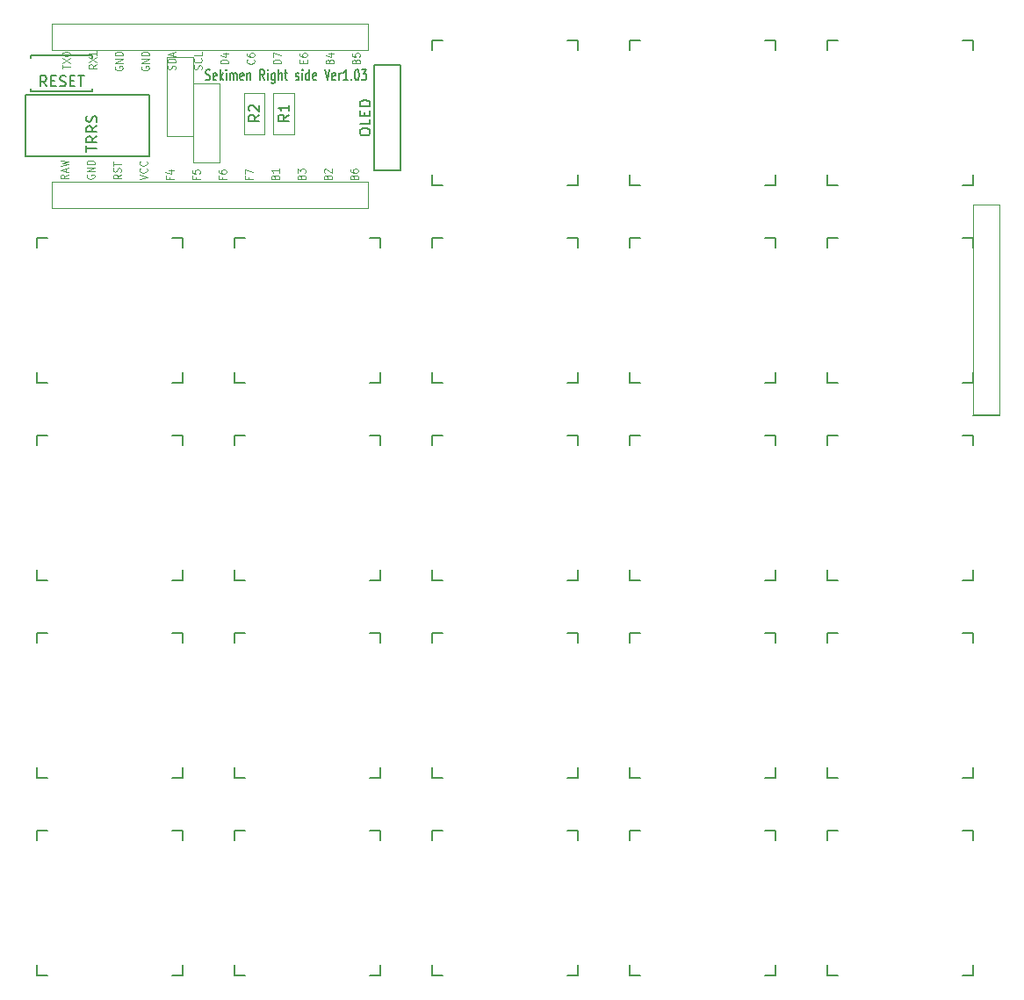
<source format=gto>
G04 #@! TF.GenerationSoftware,KiCad,Pcbnew,(5.1.2)-2*
G04 #@! TF.CreationDate,2020-05-18T12:28:55+09:00*
G04 #@! TF.ProjectId,_5x4+3______Ver1.03,f3357834-2b33-4adf-9cdc-fcc95f566572,rev?*
G04 #@! TF.SameCoordinates,Original*
G04 #@! TF.FileFunction,Legend,Top*
G04 #@! TF.FilePolarity,Positive*
%FSLAX46Y46*%
G04 Gerber Fmt 4.6, Leading zero omitted, Abs format (unit mm)*
G04 Created by KiCad (PCBNEW (5.1.2)-2) date 2020-05-18 12:28:55*
%MOMM*%
%LPD*%
G04 APERTURE LIST*
%ADD10C,0.150000*%
%ADD11C,0.127000*%
%ADD12C,0.120000*%
%ADD13C,0.125000*%
%ADD14C,1.900000*%
%ADD15C,2.100000*%
%ADD16C,4.200000*%
%ADD17C,3.200000*%
%ADD18C,4.300000*%
%ADD19C,1.400000*%
G04 APERTURE END LIST*
D10*
X26752380Y83483333D02*
X26276190Y83150000D01*
X26752380Y82911904D02*
X25752380Y82911904D01*
X25752380Y83292857D01*
X25800000Y83388095D01*
X25847619Y83435714D01*
X25942857Y83483333D01*
X26085714Y83483333D01*
X26180952Y83435714D01*
X26228571Y83388095D01*
X26276190Y83292857D01*
X26276190Y82911904D01*
X26752380Y84435714D02*
X26752380Y83864285D01*
X26752380Y84150000D02*
X25752380Y84150000D01*
X25895238Y84054761D01*
X25990476Y83959523D01*
X26038095Y83864285D01*
X23912380Y83483333D02*
X23436190Y83150000D01*
X23912380Y82911904D02*
X22912380Y82911904D01*
X22912380Y83292857D01*
X22960000Y83388095D01*
X23007619Y83435714D01*
X23102857Y83483333D01*
X23245714Y83483333D01*
X23340952Y83435714D01*
X23388571Y83388095D01*
X23436190Y83292857D01*
X23436190Y82911904D01*
X23007619Y83864285D02*
X22960000Y83911904D01*
X22912380Y84007142D01*
X22912380Y84245238D01*
X22960000Y84340476D01*
X23007619Y84388095D01*
X23102857Y84435714D01*
X23198095Y84435714D01*
X23340952Y84388095D01*
X23912380Y83816666D01*
X23912380Y84435714D01*
D11*
X18750000Y86895238D02*
X18857142Y86847619D01*
X19035714Y86847619D01*
X19107142Y86895238D01*
X19142857Y86942857D01*
X19178571Y87038095D01*
X19178571Y87133333D01*
X19142857Y87228571D01*
X19107142Y87276190D01*
X19035714Y87323809D01*
X18892857Y87371428D01*
X18821428Y87419047D01*
X18785714Y87466666D01*
X18750000Y87561904D01*
X18750000Y87657142D01*
X18785714Y87752380D01*
X18821428Y87800000D01*
X18892857Y87847619D01*
X19071428Y87847619D01*
X19178571Y87800000D01*
X19785714Y86895238D02*
X19714285Y86847619D01*
X19571428Y86847619D01*
X19500000Y86895238D01*
X19464285Y86990476D01*
X19464285Y87371428D01*
X19500000Y87466666D01*
X19571428Y87514285D01*
X19714285Y87514285D01*
X19785714Y87466666D01*
X19821428Y87371428D01*
X19821428Y87276190D01*
X19464285Y87180952D01*
X20142857Y86847619D02*
X20142857Y87847619D01*
X20214285Y87228571D02*
X20428571Y86847619D01*
X20428571Y87514285D02*
X20142857Y87133333D01*
X20750000Y86847619D02*
X20750000Y87514285D01*
X20750000Y87847619D02*
X20714285Y87800000D01*
X20750000Y87752380D01*
X20785714Y87800000D01*
X20750000Y87847619D01*
X20750000Y87752380D01*
X21107142Y86847619D02*
X21107142Y87514285D01*
X21107142Y87419047D02*
X21142857Y87466666D01*
X21214285Y87514285D01*
X21321428Y87514285D01*
X21392857Y87466666D01*
X21428571Y87371428D01*
X21428571Y86847619D01*
X21428571Y87371428D02*
X21464285Y87466666D01*
X21535714Y87514285D01*
X21642857Y87514285D01*
X21714285Y87466666D01*
X21750000Y87371428D01*
X21750000Y86847619D01*
X22392857Y86895238D02*
X22321428Y86847619D01*
X22178571Y86847619D01*
X22107142Y86895238D01*
X22071428Y86990476D01*
X22071428Y87371428D01*
X22107142Y87466666D01*
X22178571Y87514285D01*
X22321428Y87514285D01*
X22392857Y87466666D01*
X22428571Y87371428D01*
X22428571Y87276190D01*
X22071428Y87180952D01*
X22750000Y87514285D02*
X22750000Y86847619D01*
X22750000Y87419047D02*
X22785714Y87466666D01*
X22857142Y87514285D01*
X22964285Y87514285D01*
X23035714Y87466666D01*
X23071428Y87371428D01*
X23071428Y86847619D01*
X24428571Y86847619D02*
X24178571Y87323809D01*
X24000000Y86847619D02*
X24000000Y87847619D01*
X24285714Y87847619D01*
X24357142Y87800000D01*
X24392857Y87752380D01*
X24428571Y87657142D01*
X24428571Y87514285D01*
X24392857Y87419047D01*
X24357142Y87371428D01*
X24285714Y87323809D01*
X24000000Y87323809D01*
X24750000Y86847619D02*
X24750000Y87514285D01*
X24750000Y87847619D02*
X24714285Y87800000D01*
X24750000Y87752380D01*
X24785714Y87800000D01*
X24750000Y87847619D01*
X24750000Y87752380D01*
X25428571Y87514285D02*
X25428571Y86704761D01*
X25392857Y86609523D01*
X25357142Y86561904D01*
X25285714Y86514285D01*
X25178571Y86514285D01*
X25107142Y86561904D01*
X25428571Y86895238D02*
X25357142Y86847619D01*
X25214285Y86847619D01*
X25142857Y86895238D01*
X25107142Y86942857D01*
X25071428Y87038095D01*
X25071428Y87323809D01*
X25107142Y87419047D01*
X25142857Y87466666D01*
X25214285Y87514285D01*
X25357142Y87514285D01*
X25428571Y87466666D01*
X25785714Y86847619D02*
X25785714Y87847619D01*
X26107142Y86847619D02*
X26107142Y87371428D01*
X26071428Y87466666D01*
X26000000Y87514285D01*
X25892857Y87514285D01*
X25821428Y87466666D01*
X25785714Y87419047D01*
X26357142Y87514285D02*
X26642857Y87514285D01*
X26464285Y87847619D02*
X26464285Y86990476D01*
X26500000Y86895238D01*
X26571428Y86847619D01*
X26642857Y86847619D01*
X27428571Y86895238D02*
X27500000Y86847619D01*
X27642857Y86847619D01*
X27714285Y86895238D01*
X27750000Y86990476D01*
X27750000Y87038095D01*
X27714285Y87133333D01*
X27642857Y87180952D01*
X27535714Y87180952D01*
X27464285Y87228571D01*
X27428571Y87323809D01*
X27428571Y87371428D01*
X27464285Y87466666D01*
X27535714Y87514285D01*
X27642857Y87514285D01*
X27714285Y87466666D01*
X28071428Y86847619D02*
X28071428Y87514285D01*
X28071428Y87847619D02*
X28035714Y87800000D01*
X28071428Y87752380D01*
X28107142Y87800000D01*
X28071428Y87847619D01*
X28071428Y87752380D01*
X28750000Y86847619D02*
X28750000Y87847619D01*
X28750000Y86895238D02*
X28678571Y86847619D01*
X28535714Y86847619D01*
X28464285Y86895238D01*
X28428571Y86942857D01*
X28392857Y87038095D01*
X28392857Y87323809D01*
X28428571Y87419047D01*
X28464285Y87466666D01*
X28535714Y87514285D01*
X28678571Y87514285D01*
X28750000Y87466666D01*
X29392857Y86895238D02*
X29321428Y86847619D01*
X29178571Y86847619D01*
X29107142Y86895238D01*
X29071428Y86990476D01*
X29071428Y87371428D01*
X29107142Y87466666D01*
X29178571Y87514285D01*
X29321428Y87514285D01*
X29392857Y87466666D01*
X29428571Y87371428D01*
X29428571Y87276190D01*
X29071428Y87180952D01*
X30214285Y87847619D02*
X30464285Y86847619D01*
X30714285Y87847619D01*
X31250000Y86895238D02*
X31178571Y86847619D01*
X31035714Y86847619D01*
X30964285Y86895238D01*
X30928571Y86990476D01*
X30928571Y87371428D01*
X30964285Y87466666D01*
X31035714Y87514285D01*
X31178571Y87514285D01*
X31250000Y87466666D01*
X31285714Y87371428D01*
X31285714Y87276190D01*
X30928571Y87180952D01*
X31607142Y86847619D02*
X31607142Y87514285D01*
X31607142Y87323809D02*
X31642857Y87419047D01*
X31678571Y87466666D01*
X31750000Y87514285D01*
X31821428Y87514285D01*
X32464285Y86847619D02*
X32035714Y86847619D01*
X32250000Y86847619D02*
X32250000Y87847619D01*
X32178571Y87704761D01*
X32107142Y87609523D01*
X32035714Y87561904D01*
X32785714Y86942857D02*
X32821428Y86895238D01*
X32785714Y86847619D01*
X32750000Y86895238D01*
X32785714Y86942857D01*
X32785714Y86847619D01*
X33285714Y87847619D02*
X33357142Y87847619D01*
X33428571Y87800000D01*
X33464285Y87752380D01*
X33500000Y87657142D01*
X33535714Y87466666D01*
X33535714Y87228571D01*
X33500000Y87038095D01*
X33464285Y86942857D01*
X33428571Y86895238D01*
X33357142Y86847619D01*
X33285714Y86847619D01*
X33214285Y86895238D01*
X33178571Y86942857D01*
X33142857Y87038095D01*
X33107142Y87228571D01*
X33107142Y87466666D01*
X33142857Y87657142D01*
X33178571Y87752380D01*
X33214285Y87800000D01*
X33285714Y87847619D01*
X33785714Y87847619D02*
X34250000Y87847619D01*
X34000000Y87466666D01*
X34107142Y87466666D01*
X34178571Y87419047D01*
X34214285Y87371428D01*
X34250000Y87276190D01*
X34250000Y87038095D01*
X34214285Y86942857D01*
X34178571Y86895238D01*
X34107142Y86847619D01*
X33892857Y86847619D01*
X33821428Y86895238D01*
X33785714Y86942857D01*
D10*
X3500000Y57650000D02*
X2500000Y57650000D01*
X2500000Y58650000D02*
X2500000Y57650000D01*
X16500000Y71650000D02*
X15500000Y71650000D01*
X16500000Y70650000D02*
X16500000Y71650000D01*
X16500000Y57650000D02*
X16500000Y58650000D01*
X15500000Y57650000D02*
X16500000Y57650000D01*
X2500000Y71650000D02*
X3500000Y71650000D01*
X2500000Y70650000D02*
X2500000Y71650000D01*
X79700000Y57650000D02*
X78700000Y57650000D01*
X78700000Y58650000D02*
X78700000Y57650000D01*
X92700000Y71650000D02*
X91700000Y71650000D01*
X92700000Y70650000D02*
X92700000Y71650000D01*
X92700000Y57650000D02*
X92700000Y58650000D01*
X91700000Y57650000D02*
X92700000Y57650000D01*
X78700000Y71650000D02*
X79700000Y71650000D01*
X78700000Y70650000D02*
X78700000Y71650000D01*
X41600000Y57650000D02*
X40600000Y57650000D01*
X40600000Y58650000D02*
X40600000Y57650000D01*
X54600000Y71650000D02*
X53600000Y71650000D01*
X54600000Y70650000D02*
X54600000Y71650000D01*
X54600000Y57650000D02*
X54600000Y58650000D01*
X53600000Y57650000D02*
X54600000Y57650000D01*
X40600000Y71650000D02*
X41600000Y71650000D01*
X40600000Y70650000D02*
X40600000Y71650000D01*
X79700000Y76700000D02*
X78700000Y76700000D01*
X78700000Y77700000D02*
X78700000Y76700000D01*
X92700000Y90700000D02*
X91700000Y90700000D01*
X92700000Y89700000D02*
X92700000Y90700000D01*
X92700000Y76700000D02*
X92700000Y77700000D01*
X91700000Y76700000D02*
X92700000Y76700000D01*
X78700000Y90700000D02*
X79700000Y90700000D01*
X78700000Y89700000D02*
X78700000Y90700000D01*
X22550000Y57650000D02*
X21550000Y57650000D01*
X21550000Y58650000D02*
X21550000Y57650000D01*
X35550000Y71650000D02*
X34550000Y71650000D01*
X35550000Y70650000D02*
X35550000Y71650000D01*
X35550000Y57650000D02*
X35550000Y58650000D01*
X34550000Y57650000D02*
X35550000Y57650000D01*
X21550000Y71650000D02*
X22550000Y71650000D01*
X21550000Y70650000D02*
X21550000Y71650000D01*
X60650000Y57650000D02*
X59650000Y57650000D01*
X59650000Y58650000D02*
X59650000Y57650000D01*
X73650000Y71650000D02*
X72650000Y71650000D01*
X73650000Y70650000D02*
X73650000Y71650000D01*
X73650000Y57650000D02*
X73650000Y58650000D01*
X72650000Y57650000D02*
X73650000Y57650000D01*
X59650000Y71650000D02*
X60650000Y71650000D01*
X59650000Y70650000D02*
X59650000Y71650000D01*
X79700000Y38600000D02*
X78700000Y38600000D01*
X78700000Y39600000D02*
X78700000Y38600000D01*
X92700000Y52600000D02*
X91700000Y52600000D01*
X92700000Y51600000D02*
X92700000Y52600000D01*
X92700000Y38600000D02*
X92700000Y39600000D01*
X91700000Y38600000D02*
X92700000Y38600000D01*
X78700000Y52600000D02*
X79700000Y52600000D01*
X78700000Y51600000D02*
X78700000Y52600000D01*
X79700000Y19550000D02*
X78700000Y19550000D01*
X78700000Y20550000D02*
X78700000Y19550000D01*
X92700000Y33550000D02*
X91700000Y33550000D01*
X92700000Y32550000D02*
X92700000Y33550000D01*
X92700000Y19550000D02*
X92700000Y20550000D01*
X91700000Y19550000D02*
X92700000Y19550000D01*
X78700000Y33550000D02*
X79700000Y33550000D01*
X78700000Y32550000D02*
X78700000Y33550000D01*
X79700000Y500000D02*
X78700000Y500000D01*
X78700000Y1500000D02*
X78700000Y500000D01*
X92700000Y14500000D02*
X91700000Y14500000D01*
X92700000Y13500000D02*
X92700000Y14500000D01*
X92700000Y500000D02*
X92700000Y1500000D01*
X91700000Y500000D02*
X92700000Y500000D01*
X78700000Y14500000D02*
X79700000Y14500000D01*
X78700000Y13500000D02*
X78700000Y14500000D01*
X60650000Y76700000D02*
X59650000Y76700000D01*
X59650000Y77700000D02*
X59650000Y76700000D01*
X73650000Y90700000D02*
X72650000Y90700000D01*
X73650000Y89700000D02*
X73650000Y90700000D01*
X73650000Y76700000D02*
X73650000Y77700000D01*
X72650000Y76700000D02*
X73650000Y76700000D01*
X59650000Y90700000D02*
X60650000Y90700000D01*
X59650000Y89700000D02*
X59650000Y90700000D01*
X60650000Y38600000D02*
X59650000Y38600000D01*
X59650000Y39600000D02*
X59650000Y38600000D01*
X73650000Y52600000D02*
X72650000Y52600000D01*
X73650000Y51600000D02*
X73650000Y52600000D01*
X73650000Y38600000D02*
X73650000Y39600000D01*
X72650000Y38600000D02*
X73650000Y38600000D01*
X59650000Y52600000D02*
X60650000Y52600000D01*
X59650000Y51600000D02*
X59650000Y52600000D01*
X60650000Y19550000D02*
X59650000Y19550000D01*
X59650000Y20550000D02*
X59650000Y19550000D01*
X73650000Y33550000D02*
X72650000Y33550000D01*
X73650000Y32550000D02*
X73650000Y33550000D01*
X73650000Y19550000D02*
X73650000Y20550000D01*
X72650000Y19550000D02*
X73650000Y19550000D01*
X59650000Y33550000D02*
X60650000Y33550000D01*
X59650000Y32550000D02*
X59650000Y33550000D01*
X60650000Y500000D02*
X59650000Y500000D01*
X59650000Y1500000D02*
X59650000Y500000D01*
X73650000Y14500000D02*
X72650000Y14500000D01*
X73650000Y13500000D02*
X73650000Y14500000D01*
X73650000Y500000D02*
X73650000Y1500000D01*
X72650000Y500000D02*
X73650000Y500000D01*
X59650000Y14500000D02*
X60650000Y14500000D01*
X59650000Y13500000D02*
X59650000Y14500000D01*
X41600000Y76700000D02*
X40600000Y76700000D01*
X40600000Y77700000D02*
X40600000Y76700000D01*
X54600000Y90700000D02*
X53600000Y90700000D01*
X54600000Y89700000D02*
X54600000Y90700000D01*
X54600000Y76700000D02*
X54600000Y77700000D01*
X53600000Y76700000D02*
X54600000Y76700000D01*
X40600000Y90700000D02*
X41600000Y90700000D01*
X40600000Y89700000D02*
X40600000Y90700000D01*
X41600000Y38600000D02*
X40600000Y38600000D01*
X40600000Y39600000D02*
X40600000Y38600000D01*
X54600000Y52600000D02*
X53600000Y52600000D01*
X54600000Y51600000D02*
X54600000Y52600000D01*
X54600000Y38600000D02*
X54600000Y39600000D01*
X53600000Y38600000D02*
X54600000Y38600000D01*
X40600000Y52600000D02*
X41600000Y52600000D01*
X40600000Y51600000D02*
X40600000Y52600000D01*
X41600000Y19550000D02*
X40600000Y19550000D01*
X40600000Y20550000D02*
X40600000Y19550000D01*
X54600000Y33550000D02*
X53600000Y33550000D01*
X54600000Y32550000D02*
X54600000Y33550000D01*
X54600000Y19550000D02*
X54600000Y20550000D01*
X53600000Y19550000D02*
X54600000Y19550000D01*
X40600000Y33550000D02*
X41600000Y33550000D01*
X40600000Y32550000D02*
X40600000Y33550000D01*
X41600000Y500000D02*
X40600000Y500000D01*
X40600000Y1500000D02*
X40600000Y500000D01*
X54600000Y14500000D02*
X53600000Y14500000D01*
X54600000Y13500000D02*
X54600000Y14500000D01*
X54600000Y500000D02*
X54600000Y1500000D01*
X53600000Y500000D02*
X54600000Y500000D01*
X40600000Y14500000D02*
X41600000Y14500000D01*
X40600000Y13500000D02*
X40600000Y14500000D01*
X22550000Y38600000D02*
X21550000Y38600000D01*
X21550000Y39600000D02*
X21550000Y38600000D01*
X35550000Y52600000D02*
X34550000Y52600000D01*
X35550000Y51600000D02*
X35550000Y52600000D01*
X35550000Y38600000D02*
X35550000Y39600000D01*
X34550000Y38600000D02*
X35550000Y38600000D01*
X21550000Y52600000D02*
X22550000Y52600000D01*
X21550000Y51600000D02*
X21550000Y52600000D01*
X22550000Y19550000D02*
X21550000Y19550000D01*
X21550000Y20550000D02*
X21550000Y19550000D01*
X35550000Y33550000D02*
X34550000Y33550000D01*
X35550000Y32550000D02*
X35550000Y33550000D01*
X35550000Y19550000D02*
X35550000Y20550000D01*
X34550000Y19550000D02*
X35550000Y19550000D01*
X21550000Y33550000D02*
X22550000Y33550000D01*
X21550000Y32550000D02*
X21550000Y33550000D01*
X22550000Y500000D02*
X21550000Y500000D01*
X21550000Y1500000D02*
X21550000Y500000D01*
X35550000Y14500000D02*
X34550000Y14500000D01*
X35550000Y13500000D02*
X35550000Y14500000D01*
X35550000Y500000D02*
X35550000Y1500000D01*
X34550000Y500000D02*
X35550000Y500000D01*
X21550000Y14500000D02*
X22550000Y14500000D01*
X21550000Y13500000D02*
X21550000Y14500000D01*
X3500000Y38600000D02*
X2500000Y38600000D01*
X2500000Y39600000D02*
X2500000Y38600000D01*
X16500000Y52600000D02*
X15500000Y52600000D01*
X16500000Y51600000D02*
X16500000Y52600000D01*
X16500000Y38600000D02*
X16500000Y39600000D01*
X15500000Y38600000D02*
X16500000Y38600000D01*
X2500000Y52600000D02*
X3500000Y52600000D01*
X2500000Y51600000D02*
X2500000Y52600000D01*
X3500000Y19550000D02*
X2500000Y19550000D01*
X2500000Y20550000D02*
X2500000Y19550000D01*
X16500000Y33550000D02*
X15500000Y33550000D01*
X16500000Y32550000D02*
X16500000Y33550000D01*
X16500000Y19550000D02*
X16500000Y20550000D01*
X15500000Y19550000D02*
X16500000Y19550000D01*
X2500000Y33550000D02*
X3500000Y33550000D01*
X2500000Y32550000D02*
X2500000Y33550000D01*
X3500000Y500000D02*
X2500000Y500000D01*
X2500000Y1500000D02*
X2500000Y500000D01*
X16500000Y14500000D02*
X15500000Y14500000D01*
X16500000Y13500000D02*
X16500000Y14500000D01*
X16500000Y500000D02*
X16500000Y1500000D01*
X15500000Y500000D02*
X16500000Y500000D01*
X2500000Y14500000D02*
X3500000Y14500000D01*
X2500000Y13500000D02*
X2500000Y14500000D01*
D12*
X95250000Y74810000D02*
X95250000Y54490000D01*
X92710000Y74810000D02*
X95250000Y74810000D01*
X92710000Y54490000D02*
X92710000Y74810000D01*
D10*
X95250000Y54490000D02*
X92710000Y54490000D01*
D12*
X3877000Y75741400D02*
X3877000Y77011400D01*
X3877000Y77011400D02*
X34357000Y77011400D01*
X34357000Y77011400D02*
X34357000Y74471400D01*
X34357000Y74471400D02*
X3877000Y74471400D01*
X3877000Y74471400D02*
X3877000Y77011400D01*
X3877000Y89711400D02*
X3877000Y92251400D01*
X3877000Y89711400D02*
X34357000Y89711400D01*
X34357000Y89711400D02*
X34357000Y92251400D01*
X34357000Y92251400D02*
X3877000Y92251400D01*
D10*
X37520000Y78130000D02*
X37520000Y88290000D01*
X34980000Y78130000D02*
X34980000Y88290000D01*
X34980000Y88290000D02*
X37520000Y88290000D01*
X37520000Y78130000D02*
X34980000Y78130000D01*
D12*
X17550000Y78900000D02*
X17550000Y86520000D01*
X17550000Y86520000D02*
X20090000Y86520000D01*
X20090000Y86520000D02*
X20090000Y78900000D01*
X17550000Y86520000D02*
X20090000Y86520000D01*
X20090000Y78900000D02*
X17550000Y78900000D01*
X17550000Y81440000D02*
X15010000Y81440000D01*
X15010000Y89060000D02*
X17550000Y89060000D01*
X17550000Y89060000D02*
X17550000Y81440000D01*
X15010000Y89060000D02*
X17550000Y89060000D01*
X15010000Y81440000D02*
X15010000Y89060000D01*
D10*
X7850000Y89250000D02*
X7850000Y89000000D01*
X1850000Y89250000D02*
X7850000Y89250000D01*
X1850000Y89250000D02*
X1850000Y89000000D01*
X1850000Y85750000D02*
X1850000Y86000000D01*
X7850000Y85750000D02*
X7850000Y86000000D01*
X1850000Y85750000D02*
X7850000Y85750000D01*
X1350000Y79450000D02*
X1350000Y85450000D01*
X1350000Y85450000D02*
X13350000Y85450000D01*
X13350000Y85450000D02*
X13350000Y79450000D01*
X13350000Y79450000D02*
X1350000Y79450000D01*
D12*
X27250000Y83630000D02*
X27250000Y81630000D01*
X27250000Y85630000D02*
X27250000Y83630000D01*
X25250000Y85630000D02*
X27250000Y85630000D01*
X25250000Y81630000D02*
X25250000Y85630000D01*
X27250000Y81630000D02*
X25250000Y81630000D01*
X24450000Y81630000D02*
X22450000Y81630000D01*
X22450000Y81630000D02*
X22450000Y85630000D01*
X22450000Y85630000D02*
X24450000Y85630000D01*
X24450000Y85630000D02*
X24450000Y83630000D01*
X24450000Y83630000D02*
X24450000Y81630000D01*
D13*
X30696428Y88663511D02*
X30732142Y88759226D01*
X30767857Y88791130D01*
X30839285Y88823035D01*
X30946428Y88823035D01*
X31017857Y88791130D01*
X31053571Y88759226D01*
X31089285Y88695416D01*
X31089285Y88440178D01*
X30339285Y88440178D01*
X30339285Y88663511D01*
X30375000Y88727321D01*
X30410714Y88759226D01*
X30482142Y88791130D01*
X30553571Y88791130D01*
X30625000Y88759226D01*
X30660714Y88727321D01*
X30696428Y88663511D01*
X30696428Y88440178D01*
X30589285Y89397321D02*
X31089285Y89397321D01*
X30303571Y89237797D02*
X30839285Y89078273D01*
X30839285Y89493035D01*
X8229285Y88349285D02*
X7872142Y88125952D01*
X8229285Y87966428D02*
X7479285Y87966428D01*
X7479285Y88221666D01*
X7515000Y88285476D01*
X7550714Y88317380D01*
X7622142Y88349285D01*
X7729285Y88349285D01*
X7800714Y88317380D01*
X7836428Y88285476D01*
X7872142Y88221666D01*
X7872142Y87966428D01*
X7479285Y88572619D02*
X8229285Y89019285D01*
X7479285Y89019285D02*
X8229285Y88572619D01*
X8229285Y89625476D02*
X8229285Y89242619D01*
X8229285Y89434047D02*
X7479285Y89434047D01*
X7586428Y89370238D01*
X7657857Y89306428D01*
X7693571Y89242619D01*
X33236428Y88663511D02*
X33272142Y88759226D01*
X33307857Y88791130D01*
X33379285Y88823035D01*
X33486428Y88823035D01*
X33557857Y88791130D01*
X33593571Y88759226D01*
X33629285Y88695416D01*
X33629285Y88440178D01*
X32879285Y88440178D01*
X32879285Y88663511D01*
X32915000Y88727321D01*
X32950714Y88759226D01*
X33022142Y88791130D01*
X33093571Y88791130D01*
X33165000Y88759226D01*
X33200714Y88727321D01*
X33236428Y88663511D01*
X33236428Y88440178D01*
X32879285Y89429226D02*
X32879285Y89110178D01*
X33236428Y89078273D01*
X33200714Y89110178D01*
X33165000Y89173988D01*
X33165000Y89333511D01*
X33200714Y89397321D01*
X33236428Y89429226D01*
X33307857Y89461130D01*
X33486428Y89461130D01*
X33557857Y89429226D01*
X33593571Y89397321D01*
X33629285Y89333511D01*
X33629285Y89173988D01*
X33593571Y89110178D01*
X33557857Y89078273D01*
X23397857Y88823035D02*
X23433571Y88791130D01*
X23469285Y88695416D01*
X23469285Y88631607D01*
X23433571Y88535892D01*
X23362142Y88472083D01*
X23290714Y88440178D01*
X23147857Y88408273D01*
X23040714Y88408273D01*
X22897857Y88440178D01*
X22826428Y88472083D01*
X22755000Y88535892D01*
X22719285Y88631607D01*
X22719285Y88695416D01*
X22755000Y88791130D01*
X22790714Y88823035D01*
X22719285Y89397321D02*
X22719285Y89269702D01*
X22755000Y89205892D01*
X22790714Y89173988D01*
X22897857Y89110178D01*
X23040714Y89078273D01*
X23326428Y89078273D01*
X23397857Y89110178D01*
X23433571Y89142083D01*
X23469285Y89205892D01*
X23469285Y89333511D01*
X23433571Y89397321D01*
X23397857Y89429226D01*
X23326428Y89461130D01*
X23147857Y89461130D01*
X23076428Y89429226D01*
X23040714Y89397321D01*
X23005000Y89333511D01*
X23005000Y89205892D01*
X23040714Y89142083D01*
X23076428Y89110178D01*
X23147857Y89078273D01*
X18353571Y87882380D02*
X18389285Y87978095D01*
X18389285Y88137619D01*
X18353571Y88201428D01*
X18317857Y88233333D01*
X18246428Y88265238D01*
X18175000Y88265238D01*
X18103571Y88233333D01*
X18067857Y88201428D01*
X18032142Y88137619D01*
X17996428Y88010000D01*
X17960714Y87946190D01*
X17925000Y87914285D01*
X17853571Y87882380D01*
X17782142Y87882380D01*
X17710714Y87914285D01*
X17675000Y87946190D01*
X17639285Y88010000D01*
X17639285Y88169523D01*
X17675000Y88265238D01*
X18317857Y88935238D02*
X18353571Y88903333D01*
X18389285Y88807619D01*
X18389285Y88743809D01*
X18353571Y88648095D01*
X18282142Y88584285D01*
X18210714Y88552380D01*
X18067857Y88520476D01*
X17960714Y88520476D01*
X17817857Y88552380D01*
X17746428Y88584285D01*
X17675000Y88648095D01*
X17639285Y88743809D01*
X17639285Y88807619D01*
X17675000Y88903333D01*
X17710714Y88935238D01*
X18389285Y89541428D02*
X18389285Y89222380D01*
X17639285Y89222380D01*
X15813571Y87866428D02*
X15849285Y87962142D01*
X15849285Y88121666D01*
X15813571Y88185476D01*
X15777857Y88217380D01*
X15706428Y88249285D01*
X15635000Y88249285D01*
X15563571Y88217380D01*
X15527857Y88185476D01*
X15492142Y88121666D01*
X15456428Y87994047D01*
X15420714Y87930238D01*
X15385000Y87898333D01*
X15313571Y87866428D01*
X15242142Y87866428D01*
X15170714Y87898333D01*
X15135000Y87930238D01*
X15099285Y87994047D01*
X15099285Y88153571D01*
X15135000Y88249285D01*
X15849285Y88536428D02*
X15099285Y88536428D01*
X15099285Y88695952D01*
X15135000Y88791666D01*
X15206428Y88855476D01*
X15277857Y88887380D01*
X15420714Y88919285D01*
X15527857Y88919285D01*
X15670714Y88887380D01*
X15742142Y88855476D01*
X15813571Y88791666D01*
X15849285Y88695952D01*
X15849285Y88536428D01*
X15635000Y89174523D02*
X15635000Y89493571D01*
X15849285Y89110714D02*
X15099285Y89334047D01*
X15849285Y89557380D01*
X20929285Y88440178D02*
X20179285Y88440178D01*
X20179285Y88599702D01*
X20215000Y88695416D01*
X20286428Y88759226D01*
X20357857Y88791130D01*
X20500714Y88823035D01*
X20607857Y88823035D01*
X20750714Y88791130D01*
X20822142Y88759226D01*
X20893571Y88695416D01*
X20929285Y88599702D01*
X20929285Y88440178D01*
X20429285Y89397321D02*
X20929285Y89397321D01*
X20143571Y89237797D02*
X20679285Y89078273D01*
X20679285Y89493035D01*
X4939285Y87950476D02*
X4939285Y88333333D01*
X5689285Y88141904D02*
X4939285Y88141904D01*
X4939285Y88492857D02*
X5689285Y88939523D01*
X4939285Y88939523D02*
X5689285Y88492857D01*
X4939285Y89322380D02*
X4939285Y89386190D01*
X4975000Y89450000D01*
X5010714Y89481904D01*
X5082142Y89513809D01*
X5225000Y89545714D01*
X5403571Y89545714D01*
X5546428Y89513809D01*
X5617857Y89481904D01*
X5653571Y89450000D01*
X5689285Y89386190D01*
X5689285Y89322380D01*
X5653571Y89258571D01*
X5617857Y89226666D01*
X5546428Y89194761D01*
X5403571Y89162857D01*
X5225000Y89162857D01*
X5082142Y89194761D01*
X5010714Y89226666D01*
X4975000Y89258571D01*
X4939285Y89322380D01*
X12595000Y88169523D02*
X12559285Y88105714D01*
X12559285Y88010000D01*
X12595000Y87914285D01*
X12666428Y87850476D01*
X12737857Y87818571D01*
X12880714Y87786666D01*
X12987857Y87786666D01*
X13130714Y87818571D01*
X13202142Y87850476D01*
X13273571Y87914285D01*
X13309285Y88010000D01*
X13309285Y88073809D01*
X13273571Y88169523D01*
X13237857Y88201428D01*
X12987857Y88201428D01*
X12987857Y88073809D01*
X13309285Y88488571D02*
X12559285Y88488571D01*
X13309285Y88871428D01*
X12559285Y88871428D01*
X13309285Y89190476D02*
X12559285Y89190476D01*
X12559285Y89350000D01*
X12595000Y89445714D01*
X12666428Y89509523D01*
X12737857Y89541428D01*
X12880714Y89573333D01*
X12987857Y89573333D01*
X13130714Y89541428D01*
X13202142Y89509523D01*
X13273571Y89445714D01*
X13309285Y89350000D01*
X13309285Y89190476D01*
X10055000Y88169523D02*
X10019285Y88105714D01*
X10019285Y88010000D01*
X10055000Y87914285D01*
X10126428Y87850476D01*
X10197857Y87818571D01*
X10340714Y87786666D01*
X10447857Y87786666D01*
X10590714Y87818571D01*
X10662142Y87850476D01*
X10733571Y87914285D01*
X10769285Y88010000D01*
X10769285Y88073809D01*
X10733571Y88169523D01*
X10697857Y88201428D01*
X10447857Y88201428D01*
X10447857Y88073809D01*
X10769285Y88488571D02*
X10019285Y88488571D01*
X10769285Y88871428D01*
X10019285Y88871428D01*
X10769285Y89190476D02*
X10019285Y89190476D01*
X10019285Y89350000D01*
X10055000Y89445714D01*
X10126428Y89509523D01*
X10197857Y89541428D01*
X10340714Y89573333D01*
X10447857Y89573333D01*
X10590714Y89541428D01*
X10662142Y89509523D01*
X10733571Y89445714D01*
X10769285Y89350000D01*
X10769285Y89190476D01*
X26009285Y88440178D02*
X25259285Y88440178D01*
X25259285Y88599702D01*
X25295000Y88695416D01*
X25366428Y88759226D01*
X25437857Y88791130D01*
X25580714Y88823035D01*
X25687857Y88823035D01*
X25830714Y88791130D01*
X25902142Y88759226D01*
X25973571Y88695416D01*
X26009285Y88599702D01*
X26009285Y88440178D01*
X25259285Y89046369D02*
X25259285Y89493035D01*
X26009285Y89205892D01*
X28156428Y88503988D02*
X28156428Y88727321D01*
X28549285Y88823035D02*
X28549285Y88503988D01*
X27799285Y88503988D01*
X27799285Y88823035D01*
X27799285Y89397321D02*
X27799285Y89269702D01*
X27835000Y89205892D01*
X27870714Y89173988D01*
X27977857Y89110178D01*
X28120714Y89078273D01*
X28406428Y89078273D01*
X28477857Y89110178D01*
X28513571Y89142083D01*
X28549285Y89205892D01*
X28549285Y89333511D01*
X28513571Y89397321D01*
X28477857Y89429226D01*
X28406428Y89461130D01*
X28227857Y89461130D01*
X28156428Y89429226D01*
X28120714Y89397321D01*
X28085000Y89333511D01*
X28085000Y89205892D01*
X28120714Y89142083D01*
X28156428Y89110178D01*
X28227857Y89078273D01*
X30493428Y77495507D02*
X30529142Y77591221D01*
X30564857Y77623126D01*
X30636285Y77655030D01*
X30743428Y77655030D01*
X30814857Y77623126D01*
X30850571Y77591221D01*
X30886285Y77527411D01*
X30886285Y77272173D01*
X30136285Y77272173D01*
X30136285Y77495507D01*
X30172000Y77559316D01*
X30207714Y77591221D01*
X30279142Y77623126D01*
X30350571Y77623126D01*
X30422000Y77591221D01*
X30457714Y77559316D01*
X30493428Y77495507D01*
X30493428Y77272173D01*
X30207714Y77910269D02*
X30172000Y77942173D01*
X30136285Y78005983D01*
X30136285Y78165507D01*
X30172000Y78229316D01*
X30207714Y78261221D01*
X30279142Y78293126D01*
X30350571Y78293126D01*
X30457714Y78261221D01*
X30886285Y77878364D01*
X30886285Y78293126D01*
X33033428Y77495507D02*
X33069142Y77591221D01*
X33104857Y77623126D01*
X33176285Y77655030D01*
X33283428Y77655030D01*
X33354857Y77623126D01*
X33390571Y77591221D01*
X33426285Y77527411D01*
X33426285Y77272173D01*
X32676285Y77272173D01*
X32676285Y77495507D01*
X32712000Y77559316D01*
X32747714Y77591221D01*
X32819142Y77623126D01*
X32890571Y77623126D01*
X32962000Y77591221D01*
X32997714Y77559316D01*
X33033428Y77495507D01*
X33033428Y77272173D01*
X32676285Y78229316D02*
X32676285Y78101697D01*
X32712000Y78037888D01*
X32747714Y78005983D01*
X32854857Y77942173D01*
X32997714Y77910269D01*
X33283428Y77910269D01*
X33354857Y77942173D01*
X33390571Y77974078D01*
X33426285Y78037888D01*
X33426285Y78165507D01*
X33390571Y78229316D01*
X33354857Y78261221D01*
X33283428Y78293126D01*
X33104857Y78293126D01*
X33033428Y78261221D01*
X32997714Y78229316D01*
X32962000Y78165507D01*
X32962000Y78037888D01*
X32997714Y77974078D01*
X33033428Y77942173D01*
X33104857Y77910269D01*
X27953428Y77495507D02*
X27989142Y77591221D01*
X28024857Y77623126D01*
X28096285Y77655030D01*
X28203428Y77655030D01*
X28274857Y77623126D01*
X28310571Y77591221D01*
X28346285Y77527411D01*
X28346285Y77272173D01*
X27596285Y77272173D01*
X27596285Y77495507D01*
X27632000Y77559316D01*
X27667714Y77591221D01*
X27739142Y77623126D01*
X27810571Y77623126D01*
X27882000Y77591221D01*
X27917714Y77559316D01*
X27953428Y77495507D01*
X27953428Y77272173D01*
X27596285Y77878364D02*
X27596285Y78293126D01*
X27882000Y78069792D01*
X27882000Y78165507D01*
X27917714Y78229316D01*
X27953428Y78261221D01*
X28024857Y78293126D01*
X28203428Y78293126D01*
X28274857Y78261221D01*
X28310571Y78229316D01*
X28346285Y78165507D01*
X28346285Y77974078D01*
X28310571Y77910269D01*
X28274857Y77878364D01*
X25413428Y77495507D02*
X25449142Y77591221D01*
X25484857Y77623126D01*
X25556285Y77655030D01*
X25663428Y77655030D01*
X25734857Y77623126D01*
X25770571Y77591221D01*
X25806285Y77527411D01*
X25806285Y77272173D01*
X25056285Y77272173D01*
X25056285Y77495507D01*
X25092000Y77559316D01*
X25127714Y77591221D01*
X25199142Y77623126D01*
X25270571Y77623126D01*
X25342000Y77591221D01*
X25377714Y77559316D01*
X25413428Y77495507D01*
X25413428Y77272173D01*
X25806285Y78293126D02*
X25806285Y77910269D01*
X25806285Y78101697D02*
X25056285Y78101697D01*
X25163428Y78037888D01*
X25234857Y77974078D01*
X25270571Y77910269D01*
X22873428Y77495507D02*
X22873428Y77272173D01*
X23266285Y77272173D02*
X22516285Y77272173D01*
X22516285Y77591221D01*
X22516285Y77782650D02*
X22516285Y78229316D01*
X23266285Y77942173D01*
X20333428Y77495507D02*
X20333428Y77272173D01*
X20726285Y77272173D02*
X19976285Y77272173D01*
X19976285Y77591221D01*
X19976285Y78133602D02*
X19976285Y78005983D01*
X20012000Y77942173D01*
X20047714Y77910269D01*
X20154857Y77846459D01*
X20297714Y77814554D01*
X20583428Y77814554D01*
X20654857Y77846459D01*
X20690571Y77878364D01*
X20726285Y77942173D01*
X20726285Y78069792D01*
X20690571Y78133602D01*
X20654857Y78165507D01*
X20583428Y78197411D01*
X20404857Y78197411D01*
X20333428Y78165507D01*
X20297714Y78133602D01*
X20262000Y78069792D01*
X20262000Y77942173D01*
X20297714Y77878364D01*
X20333428Y77846459D01*
X20404857Y77814554D01*
X17793428Y77495507D02*
X17793428Y77272173D01*
X18186285Y77272173D02*
X17436285Y77272173D01*
X17436285Y77591221D01*
X17436285Y78165507D02*
X17436285Y77846459D01*
X17793428Y77814554D01*
X17757714Y77846459D01*
X17722000Y77910269D01*
X17722000Y78069792D01*
X17757714Y78133602D01*
X17793428Y78165507D01*
X17864857Y78197411D01*
X18043428Y78197411D01*
X18114857Y78165507D01*
X18150571Y78133602D01*
X18186285Y78069792D01*
X18186285Y77910269D01*
X18150571Y77846459D01*
X18114857Y77814554D01*
X15253428Y77495507D02*
X15253428Y77272173D01*
X15646285Y77272173D02*
X14896285Y77272173D01*
X14896285Y77591221D01*
X15146285Y78133602D02*
X15646285Y78133602D01*
X14860571Y77974078D02*
X15396285Y77814554D01*
X15396285Y78229316D01*
X12356285Y77276459D02*
X13106285Y77499792D01*
X12356285Y77723126D01*
X13034857Y78329316D02*
X13070571Y78297411D01*
X13106285Y78201697D01*
X13106285Y78137888D01*
X13070571Y78042173D01*
X12999142Y77978364D01*
X12927714Y77946459D01*
X12784857Y77914554D01*
X12677714Y77914554D01*
X12534857Y77946459D01*
X12463428Y77978364D01*
X12392000Y78042173D01*
X12356285Y78137888D01*
X12356285Y78201697D01*
X12392000Y78297411D01*
X12427714Y78329316D01*
X13034857Y78999316D02*
X13070571Y78967411D01*
X13106285Y78871697D01*
X13106285Y78807888D01*
X13070571Y78712173D01*
X12999142Y78648364D01*
X12927714Y78616459D01*
X12784857Y78584554D01*
X12677714Y78584554D01*
X12534857Y78616459D01*
X12463428Y78648364D01*
X12392000Y78712173D01*
X12356285Y78807888D01*
X12356285Y78871697D01*
X12392000Y78967411D01*
X12427714Y78999316D01*
X10586285Y77735030D02*
X10229142Y77511697D01*
X10586285Y77352173D02*
X9836285Y77352173D01*
X9836285Y77607411D01*
X9872000Y77671221D01*
X9907714Y77703126D01*
X9979142Y77735030D01*
X10086285Y77735030D01*
X10157714Y77703126D01*
X10193428Y77671221D01*
X10229142Y77607411D01*
X10229142Y77352173D01*
X10550571Y77990269D02*
X10586285Y78085983D01*
X10586285Y78245507D01*
X10550571Y78309316D01*
X10514857Y78341221D01*
X10443428Y78373126D01*
X10372000Y78373126D01*
X10300571Y78341221D01*
X10264857Y78309316D01*
X10229142Y78245507D01*
X10193428Y78117888D01*
X10157714Y78054078D01*
X10122000Y78022173D01*
X10050571Y77990269D01*
X9979142Y77990269D01*
X9907714Y78022173D01*
X9872000Y78054078D01*
X9836285Y78117888D01*
X9836285Y78277411D01*
X9872000Y78373126D01*
X9836285Y78564554D02*
X9836285Y78947411D01*
X10586285Y78755983D02*
X9836285Y78755983D01*
X5486285Y77735030D02*
X5129142Y77511697D01*
X5486285Y77352173D02*
X4736285Y77352173D01*
X4736285Y77607411D01*
X4772000Y77671221D01*
X4807714Y77703126D01*
X4879142Y77735030D01*
X4986285Y77735030D01*
X5057714Y77703126D01*
X5093428Y77671221D01*
X5129142Y77607411D01*
X5129142Y77352173D01*
X5272000Y77990269D02*
X5272000Y78309316D01*
X5486285Y77926459D02*
X4736285Y78149792D01*
X5486285Y78373126D01*
X4736285Y78532650D02*
X5486285Y78692173D01*
X4950571Y78819792D01*
X5486285Y78947411D01*
X4736285Y79106935D01*
X7312000Y77703126D02*
X7276285Y77639316D01*
X7276285Y77543602D01*
X7312000Y77447888D01*
X7383428Y77384078D01*
X7454857Y77352173D01*
X7597714Y77320269D01*
X7704857Y77320269D01*
X7847714Y77352173D01*
X7919142Y77384078D01*
X7990571Y77447888D01*
X8026285Y77543602D01*
X8026285Y77607411D01*
X7990571Y77703126D01*
X7954857Y77735030D01*
X7704857Y77735030D01*
X7704857Y77607411D01*
X8026285Y78022173D02*
X7276285Y78022173D01*
X8026285Y78405030D01*
X7276285Y78405030D01*
X8026285Y78724078D02*
X7276285Y78724078D01*
X7276285Y78883602D01*
X7312000Y78979316D01*
X7383428Y79043126D01*
X7454857Y79075030D01*
X7597714Y79106935D01*
X7704857Y79106935D01*
X7847714Y79075030D01*
X7919142Y79043126D01*
X7990571Y78979316D01*
X8026285Y78883602D01*
X8026285Y78724078D01*
D10*
X33602380Y81747619D02*
X33602380Y81938095D01*
X33650000Y82033333D01*
X33745238Y82128571D01*
X33935714Y82176190D01*
X34269047Y82176190D01*
X34459523Y82128571D01*
X34554761Y82033333D01*
X34602380Y81938095D01*
X34602380Y81747619D01*
X34554761Y81652380D01*
X34459523Y81557142D01*
X34269047Y81509523D01*
X33935714Y81509523D01*
X33745238Y81557142D01*
X33650000Y81652380D01*
X33602380Y81747619D01*
X34602380Y83080952D02*
X34602380Y82604761D01*
X33602380Y82604761D01*
X34078571Y83414285D02*
X34078571Y83747619D01*
X34602380Y83890476D02*
X34602380Y83414285D01*
X33602380Y83414285D01*
X33602380Y83890476D01*
X34602380Y84319047D02*
X33602380Y84319047D01*
X33602380Y84557142D01*
X33650000Y84700000D01*
X33745238Y84795238D01*
X33840476Y84842857D01*
X34030952Y84890476D01*
X34173809Y84890476D01*
X34364285Y84842857D01*
X34459523Y84795238D01*
X34554761Y84700000D01*
X34602380Y84557142D01*
X34602380Y84319047D01*
X3397619Y86247619D02*
X3064285Y86723809D01*
X2826190Y86247619D02*
X2826190Y87247619D01*
X3207142Y87247619D01*
X3302380Y87200000D01*
X3350000Y87152380D01*
X3397619Y87057142D01*
X3397619Y86914285D01*
X3350000Y86819047D01*
X3302380Y86771428D01*
X3207142Y86723809D01*
X2826190Y86723809D01*
X3826190Y86771428D02*
X4159523Y86771428D01*
X4302380Y86247619D02*
X3826190Y86247619D01*
X3826190Y87247619D01*
X4302380Y87247619D01*
X4683333Y86295238D02*
X4826190Y86247619D01*
X5064285Y86247619D01*
X5159523Y86295238D01*
X5207142Y86342857D01*
X5254761Y86438095D01*
X5254761Y86533333D01*
X5207142Y86628571D01*
X5159523Y86676190D01*
X5064285Y86723809D01*
X4873809Y86771428D01*
X4778571Y86819047D01*
X4730952Y86866666D01*
X4683333Y86961904D01*
X4683333Y87057142D01*
X4730952Y87152380D01*
X4778571Y87200000D01*
X4873809Y87247619D01*
X5111904Y87247619D01*
X5254761Y87200000D01*
X5683333Y86771428D02*
X6016666Y86771428D01*
X6159523Y86247619D02*
X5683333Y86247619D01*
X5683333Y87247619D01*
X6159523Y87247619D01*
X6445238Y87247619D02*
X7016666Y87247619D01*
X6730952Y86247619D02*
X6730952Y87247619D01*
X7252380Y79938095D02*
X7252380Y80509523D01*
X8252380Y80223809D02*
X7252380Y80223809D01*
X8252380Y81414285D02*
X7776190Y81080952D01*
X8252380Y80842857D02*
X7252380Y80842857D01*
X7252380Y81223809D01*
X7300000Y81319047D01*
X7347619Y81366666D01*
X7442857Y81414285D01*
X7585714Y81414285D01*
X7680952Y81366666D01*
X7728571Y81319047D01*
X7776190Y81223809D01*
X7776190Y80842857D01*
X8252380Y82414285D02*
X7776190Y82080952D01*
X8252380Y81842857D02*
X7252380Y81842857D01*
X7252380Y82223809D01*
X7300000Y82319047D01*
X7347619Y82366666D01*
X7442857Y82414285D01*
X7585714Y82414285D01*
X7680952Y82366666D01*
X7728571Y82319047D01*
X7776190Y82223809D01*
X7776190Y81842857D01*
X8204761Y82795238D02*
X8252380Y82938095D01*
X8252380Y83176190D01*
X8204761Y83271428D01*
X8157142Y83319047D01*
X8061904Y83366666D01*
X7966666Y83366666D01*
X7871428Y83319047D01*
X7823809Y83271428D01*
X7776190Y83176190D01*
X7728571Y82985714D01*
X7680952Y82890476D01*
X7633333Y82842857D01*
X7538095Y82795238D01*
X7442857Y82795238D01*
X7347619Y82842857D01*
X7300000Y82890476D01*
X7252380Y82985714D01*
X7252380Y83223809D01*
X7300000Y83366666D01*
%LPC*%
D14*
X14580000Y64650000D03*
X4420000Y64650000D03*
D15*
X15000000Y64650000D03*
X4000000Y64650000D03*
D16*
X9500000Y64650000D03*
D14*
X90780000Y64650000D03*
X80620000Y64650000D03*
D15*
X91200000Y64650000D03*
X80200000Y64650000D03*
D16*
X85700000Y64650000D03*
D14*
X52680000Y64650000D03*
X42520000Y64650000D03*
D15*
X53100000Y64650000D03*
X42100000Y64650000D03*
D16*
X47600000Y64650000D03*
D14*
X90780000Y83700000D03*
X80620000Y83700000D03*
D15*
X91200000Y83700000D03*
X80200000Y83700000D03*
D16*
X85700000Y83700000D03*
D14*
X33630000Y64650000D03*
X23470000Y64650000D03*
D15*
X34050000Y64650000D03*
X23050000Y64650000D03*
D16*
X28550000Y64650000D03*
D14*
X71730000Y64650000D03*
X61570000Y64650000D03*
D15*
X72150000Y64650000D03*
X61150000Y64650000D03*
D16*
X66650000Y64650000D03*
D14*
X90780000Y45600000D03*
X80620000Y45600000D03*
D15*
X91200000Y45600000D03*
X80200000Y45600000D03*
D16*
X85700000Y45600000D03*
D14*
X90780000Y26550000D03*
X80620000Y26550000D03*
D15*
X91200000Y26550000D03*
X80200000Y26550000D03*
D16*
X85700000Y26550000D03*
D14*
X90780000Y7500000D03*
X80620000Y7500000D03*
D15*
X91200000Y7500000D03*
X80200000Y7500000D03*
D16*
X85700000Y7500000D03*
D14*
X71730000Y83700000D03*
X61570000Y83700000D03*
D15*
X72150000Y83700000D03*
X61150000Y83700000D03*
D16*
X66650000Y83700000D03*
D14*
X71730000Y45600000D03*
X61570000Y45600000D03*
D15*
X72150000Y45600000D03*
X61150000Y45600000D03*
D16*
X66650000Y45600000D03*
D14*
X71730000Y26550000D03*
X61570000Y26550000D03*
D15*
X72150000Y26550000D03*
X61150000Y26550000D03*
D16*
X66650000Y26550000D03*
D14*
X71730000Y7500000D03*
X61570000Y7500000D03*
D15*
X72150000Y7500000D03*
X61150000Y7500000D03*
D16*
X66650000Y7500000D03*
D14*
X52680000Y83700000D03*
X42520000Y83700000D03*
D15*
X53100000Y83700000D03*
X42100000Y83700000D03*
D16*
X47600000Y83700000D03*
D14*
X52680000Y45600000D03*
X42520000Y45600000D03*
D15*
X53100000Y45600000D03*
X42100000Y45600000D03*
D16*
X47600000Y45600000D03*
D14*
X52680000Y26550000D03*
X42520000Y26550000D03*
D15*
X53100000Y26550000D03*
X42100000Y26550000D03*
D16*
X47600000Y26550000D03*
D14*
X52680000Y7500000D03*
X42520000Y7500000D03*
D15*
X53100000Y7500000D03*
X42100000Y7500000D03*
D16*
X47600000Y7500000D03*
D14*
X33630000Y45600000D03*
X23470000Y45600000D03*
D15*
X34050000Y45600000D03*
X23050000Y45600000D03*
D16*
X28550000Y45600000D03*
D14*
X33630000Y26550000D03*
X23470000Y26550000D03*
D15*
X34050000Y26550000D03*
X23050000Y26550000D03*
D16*
X28550000Y26550000D03*
D14*
X33630000Y7500000D03*
X23470000Y7500000D03*
D15*
X34050000Y7500000D03*
X23050000Y7500000D03*
D16*
X28550000Y7500000D03*
D14*
X14580000Y45600000D03*
X4420000Y45600000D03*
D15*
X15000000Y45600000D03*
X4000000Y45600000D03*
D16*
X9500000Y45600000D03*
D14*
X14580000Y26550000D03*
X4420000Y26550000D03*
D15*
X15000000Y26550000D03*
X4000000Y26550000D03*
D16*
X9500000Y26550000D03*
D14*
X14580000Y7500000D03*
X4420000Y7500000D03*
D15*
X15000000Y7500000D03*
X4000000Y7500000D03*
D16*
X9500000Y7500000D03*
D17*
X36300000Y75870000D03*
D18*
X57150000Y74200000D03*
X76200000Y74200000D03*
X19050000Y55150000D03*
X38100000Y55150000D03*
X57150000Y55150000D03*
X76200000Y55150000D03*
X19050000Y36100000D03*
X38100000Y36100000D03*
X57150000Y36100000D03*
X76200000Y36100000D03*
X19050000Y17050000D03*
X38100000Y17050000D03*
X57150000Y17050000D03*
X76200000Y17050000D03*
D19*
X9850000Y82450000D03*
M02*

</source>
